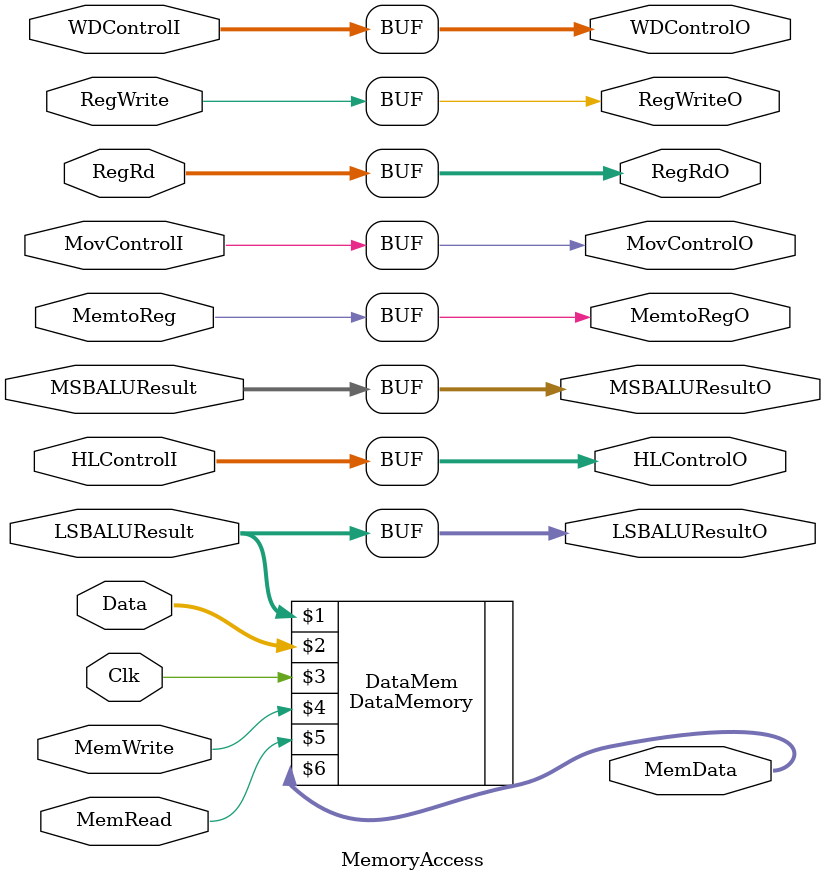
<source format=v>
`timescale 1ns / 1ps


module MemoryAccess(Clk, RegWrite, MemWrite, MemRead, MemtoReg, Data, MSBALUResult, LSBALUResult, RegRd, RegWriteO,
                                    MemtoRegO, MemData, MSBALUResultO, LSBALUResultO, RegRdO, HLControlI, WDControlI,
                                    HLControlO, WDControlO, MovControlI, MovControlO);

    input Clk, RegWrite, MemWrite, MemRead, MemtoReg, MovControlI;
    input [2:0] HLControlI;
    input [1:0] WDControlI;
    input [4:0] RegRd;
    input [31:0] Data, MSBALUResult, LSBALUResult;
    
    output RegWriteO, MemtoRegO, MovControlO;
    output [2:0] HLControlO;
    output [1:0] WDControlO;
    output [4:0] RegRdO;
    output [31:0] MSBALUResultO, LSBALUResultO;
    output [31:0] MemData;
    
    assign RegWriteO = RegWrite;
    assign MemtoRegO = MemtoReg;
    assign RegRdO = RegRd;
    assign MSBALUResultO = MSBALUResult;
    assign LSBALUResultO = LSBALUResult;
    assign HLControlO = HLControlI;
    assign WDControlO = WDControlI;
    assign MovControlO = MovControlI;
    
    DataMemory DataMem(LSBALUResult, Data, Clk, MemWrite, MemRead, MemData);

endmodule

</source>
